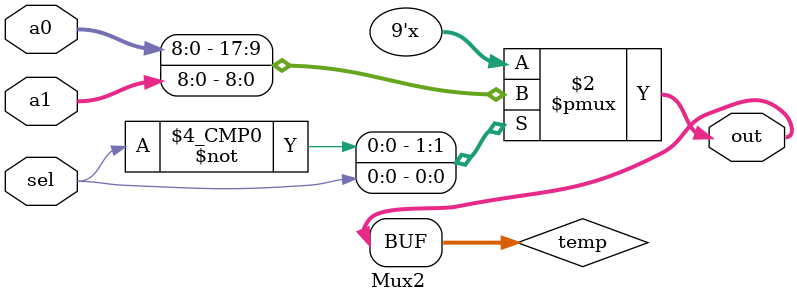
<source format=v>




`define SW 5 //state width
`define SDEC 5'b00000//0
`define Sa 5'b00001 //1
`define Sb 5'b00010 //2
`define Sc 5'b00011 //3
`define Sd 5'b00100 //4             //each 5 bit constant reprsents a different state in FSM
`define Sm 5'b00101 //5
`define Sx 5'b00110 //6
`define Sw 5'b00111 //7
`define Sr 5'b01000 //reset state //8
`define Sy 5'b01001 //9
`define IF1 5'b01010 //10
`define IF2 5'b01011 //11
`define UpdatePC 5'b01100 //12
`define SLDR1 5'b01101 //13
`define SLDR2 5'b01110 //14
`define SLDR3 5'b01111 //15
`define SLDR4 5'b10000 //16
`define SLDR5 5'b10001 //17
`define SSTR1 5'b10010 //18
`define SSTR2 5'b10011 //19
`define SSTR3 5'b10100 //20
`define SSTR4 5'b10101 //21
`define SSTR5 5'b10110 //22
`define SSTR6 5'b10111 //23
`define HALT 5'b11000 //24



module cpu(clk, mdata, mem_cmd, mem_addr,C,reset,N,V,Z, LED8);
input clk, reset;
input [15:0] mdata;
output [1:0] mem_cmd;
output [8:0] mem_addr;
output N,V,Z, LED8;
output [15:0] C;
wire [2:0]nsel;
wire[15:0] instruction, sximm8,sximm5, mdata ;
wire [2:0] opcode;
wire[1:0] op, ALUop, shift, vsel;
wire [2:0] Rd, Rm, Rn,Z_out, readnum, writenum;
wire write, loada, loadb, asel, bsel, loadc, loads,load_ir, load_pc, load_addr, reset_pc ;
wire [8:0] dataAddr_out, next_pc, PC;

wire [2:0] cond;
reg [8:0]pick_PC; //in_PC;
wire LED8;

loadInstruction #(16) loadInst(clk, mdata, load_ir, instruction); //loads instruction into instruction register if load is 1
loadInstruction #(9) PrgmCounter(clk, next_pc, load_pc, PC); //changes PC
loadInstruction #(9) dataAddress(clk, C[8:0], load_addr, dataAddr_out); 

/*
always@(posedge load_pc) begin
PC=next_pc;
end
*/
instructionDec InstDec(instruction, nsel, ALUop, opcode, sximm8, sximm5,shift, //takes the instruction and deciphers things about it 
       readnum, writenum, Rm, Rn, Rd);  //like op, opcode, sximm8+5, shift, also gives datapath read and writenum values based on nsel value 
                            //which respresents Rn, Rm, and Rd

assign cond= instruction[10:8]; //wil be used in following logic block to determine instruction

always@(*)begin


casex({opcode, op, cond, LED8}) //TABLE ONE IMPLEMENTATION
{3'b001, 2'bxx, 3'b000, 1'b0}: pick_PC=PC+sximm8+1'b1; //always sets PC to PC+!+sximm8
{3'b001, 2'bxx, 3'b001, 1'b0}: begin if(Z==1) pick_PC=PC+sximm8+1'b1; //depending on status flags, we either +1 or +1+sximm8
                              else pick_PC=PC+1'b1; end                  
{3'b001, 2'bxx, 3'b010, 1'b0}: begin if(Z==0) pick_PC=PC+sximm8+1'b1;//depending on status flags, we either +1 or +1+sximm8
                              else pick_PC=PC+1'b1; end
{3'b001, 2'bxx, 3'b011, 1'b0}: begin if(N!=V) pick_PC=PC+sximm8+1'b1;//depending on status flags, we either +1 or +1+sximm8
                              else pick_PC=PC+1'b1; end
{3'b001, 2'bxx, 3'b100, 1'b0}: begin if((N!=V)||(Z==1)) pick_PC=PC+sximm8+1'b1;
                              else pick_PC=PC+1'b1; end
{3'b111, 2'bxx, 3'bxxx, 1'b1}: begin  pick_PC=PC; end    //if opcode is 111 and the LED is set to 1, the PC stops changing because we
{3'bxxx, 2'bxx, 3'bxxx, 1'b0}: begin   pick_PC=PC+1'b1; end  //are in the HALT state


default: begin  pick_PC=PC+1'b1; end //pick_PC just adds one if nothing as been set

endcase 
 
if(PC==0) begin pick_PC=9'b000000001; end //makes sure when PC is initialized to 0, the next PC will be 1

end


Mux2 beforePC(pick_PC, {9{1'b0}}, reset_pc, next_pc); //makes PC 0 is reset is 1
Mux2 afterPC( dataAddr_out, PC, addr_sel, mem_addr);

FSM fsm_inst(reset, opcode, ALUop,nsel,vsel,loada,loadb,asel,bsel,loadc,loads,write,clk,
load_ir,load_pc,reset_pc,addr_sel,mem_cmd, load_addr, LED8); //state machine that runs on psedge clk


datapath DP(clk,readnum,vsel,loada,loadb,shift,asel,bsel,ALUop,loadc,loads //we have seen this in lab5, does sequence of things based on inputs
		,writenum,write,sximm8, sximm5, mdata, PC,C,Z_out);


assign N=Z_out[1]; //flag is 1 if it is a negative val
assign Z=Z_out[0]; //flag is 1 if it is 0
assign V=Z_out[2]; //flag is 1 if there is an overflow



endmodule

module FSM(reset, opcode, ALUop,nsel,vsel,loada,loadb,asel,bsel,loadc,loads,write,
clk,load_ir,load_pc,reset_pc,addr_sel,mem_cmd, load_addr, LED8);
input reset,clk;
input [1:0]ALUop; //input to ALU if opcode is 101, otherwise specifies instruction to perform
input [2:0] opcode; //either 110 or 101 depending on instruction we want to perform, further specification of this instruction is ALUop
output reg write, loada, loadb, asel, bsel, loadc, loads; //sending these back into datapath (except w, which tell us if we are in wait state or not)
output reg load_ir,load_pc,load_addr,reset_pc,addr_sel;
output reg [2:0] nsel; //based on if we want to set Rd, Rm, or Rn, this is one hot code to input into MUX
output reg[1:0] vsel, mem_cmd;
reg [`SW-1:0] state_next_reset,state_next; //represents next state
reg [`SW-1:0] present_state; //represents present state
reg [`SW+19-1:0] next; //first 4 bits represent next state, last 12 bits are specified below
output reg LED8;

//myvDFF #(`SW) STATE(state_next_reset, clk, present_state); //flip flop controls when state changes based on posedge of clk

//assign state_next_reset = reset ? `Sr :state_next ; //if reset==1, we will go to regular next state in sequence, if reset==0 we go to reset state
always@(posedge clk)begin
{state_next,write, loada, loadb, loadc, loads, asel, bsel, vsel, nsel, load_ir, load_pc,
reset_pc,addr_sel,mem_cmd,load_addr}= next;
present_state=state_next;
end

always @(*) begin
/*
What the 16 bits of next represent:                   [6] - asel
[15:12] - the next state in the sequence              [5] - bsel
[11] - write                                          [4:3] - vsel
[10] - loada                                          [2:0] - nsel -> Rn - nsel=001      Rm - nsel=100         Rd - nsel=010
[9] - loadb
[8] - loadc
[7] - loads
*/
/*
RESET
Sr -> Reset state, if in this state, w=1, wait for s=1 to move out of reset state

TRANSITION STATES
Sa -> Loads value under register Rn into register A
Sb -> Loads value under register Rm into register B
Sc -> ADDs, ANDs, CMPs, and MVNs and loads output value into register C
Sd -> Sets output value of previous state into register Rd
Sm -> Sends status flags of ALU to the status register to be outputed
Sw -> Send value at register B through the ALU with Ain=0 and adds these values together, loads this value to register C
Sx -> Loads value under register Rm into register B
Sy -> Sets value of Rn to im8
*/
casex({present_state,reset, opcode, ALUop}) //calculates next state and all outputs based on what the present state is and what instruction we want to perform 
{`Sr, 6'b0xxxxx}: begin next={`IF1, 16'b0000000000000001,2'b01,1'b0}; LED8=0;end //addr in PC
{`Sr, 6'b1xxxxx}: begin next={`Sr, 19'b0000000000000110000};LED8=0; end //if in reset state stay in reset state
{`IF1,6'b0xxxxx}: begin next = {`IF2, 16'b0000000000001001,2'b01,1'b0}; LED8=0; end // mem_cmd = 10 (write) and addr_sel =0
{`IF2,6'b0xxxxx}: begin next =  {`UpdatePC, 19'b0000000000000100000};  LED8=0;end //updates pc
{`UpdatePC,6'b0xxxxx}: begin next = {`SDEC, 19'b0000000000000000000}; LED8=0;end //decoder state
{`SDEC, 6'b010111}:begin next={`Sb, 12'b0_0_1_0_0_0_0_00_100,7'b0000000}; LED8=0; end// mem_cmd = 10 (write) and addr_sel =0
{`SDEC, 6'b0101x0}:begin next={`Sa, 12'b0_1_0_0_0_0_0_00_001,7'b0000000}; LED8=0;end//Loads value under register Rn into register A
{`SDEC, 6'b010101}:begin next={`Sa, 12'b0_1_0_0_0_0_0_00_001,7'b0000000};LED8=0; end//nsel=001, loada=1
{`SDEC, 6'b011010}:begin next={`Sy, 12'b1_0_0_0_0_0_0_10_001,7'b0000000}; LED8=0;end //sends to y to start MOV instructions
{`SDEC, 6'b011000}:begin next={`Sx, 12'b0_0_1_0_0_0_0_00_100,7'b0000000}; LED8=0;end//loada=0, asel=0,bsel=1,loadc=1
{`SDEC, 6'b001100}:begin next={`SLDR1, 12'b0_1_0_0_0_0_0_00_001,7'b0000000}; LED8=0;end //nsel=001, loada=1
{`SDEC, 6'b010000}:begin next={`SSTR1, 12'b0_1_0_0_0_0_0_00_001,7'b0000000}; LED8=0;end //nsel=001, loada=1
{`SDEC, 6'b0111xx}:begin next={`HALT, 12'b0_0_0_0_0_0_0_00_000,7'b0000000}; LED8=0;end// mem_cmd = 10 (write) and addr_sel =0
{`SLDR1, 6'b0xxxxx}:begin next={`SLDR2, 12'b0_0_0_1_0_0_1_00_001,7'b0000000};LED8=0; end //loada=0, asel=0,bsel=1,loadc=1
{`SLDR2, 6'b0xxxxx}:begin next={`SLDR3, 12'b0_0_0_0_0_0_0_00_001,7'b0000001};LED8=0; end // load_addr=1
{`SLDR3, 6'b0xxxxx}:begin next={`SLDR4, 12'b0_0_0_0_0_0_0_00_001,7'b0000010};LED8=0; end //addr_sel=0,mem_cmd=01
{`SLDR4, 6'b0xxxxx}:begin next={`SLDR5, 12'b1_0_0_0_0_0_0_11_010,7'b0000010}; LED8=0;end //vsel=11, nsel=010, write=1
{`SLDR5, 6'b0xxxxx}:begin next={`IF1, 12'b0_0_0_0_0_0_0_00_010,7'b0001010};LED8=0; end// mem_cmd = 10 (write) and addr_sel =0
{`SSTR1, 6'b0xxxxx}:begin next={`SSTR2, 12'b0_0_0_1_0_0_1_00_001,7'b0000000};LED8=0; end //loada=0, asel=0,bsel=1,loadc=1
{`SSTR2, 6'b0xxxxx}:begin next={`SSTR3, 12'b0_0_0_0_0_0_0_00_001,7'b0000001};LED8=0; end // load_addr=1 //CHANGED NSEL from 001f
{`SSTR3, 6'b0xxxxx}:begin next={`SSTR4, 12'b0_0_1_0_0_0_0_00_010,7'b0000000};LED8=0; end //nsel=010, loadb=1 
{`SSTR4, 6'b0xxxxx}:begin next={`SSTR5, 12'b0_0_0_1_0_1_0_00_010,7'b0000000};LED8=0; end //asel=1 loadc=1
{`SSTR5, 6'b0xxxxx}:begin next={`SSTR6, 12'b0_0_0_0_0_0_0_00_010,7'b0000100}; LED8=0;end//Sets output value of previous state into register Rd
{`SSTR6, 6'b0xxxxx}:begin next={`IF1, 16'b0000000000000001,2'b01,1'b0}; LED8=0;end//Loads value under register Rm into register B
{`Sa, 6'b0xxxxx}:begin next={`Sb, 12'b0_0_1_0_0_0_0_00_100,7'b0000000}; LED8=0; end//loada=0, asel=0,bsel=1,loadc=1
{`Sb, 6'b0xxxxx}:begin next={`Sc, 12'b0_0_0_1_0_0_0_00_100,7'b0000000};LED8=0; end
{`Sc, 6'b0xxxx0}:begin next={`Sd, 12'b1_0_0_0_0_0_0_00_010,7'b0000000}; LED8=0;end//Sets output value of previous state into register Rd
{`Sc, 6'b010101}:begin next={`Sm, 12'b0_0_0_0_1_0_0_00_010,7'b0000000}; LED8=0;end//mem_cmd = 10 (write) and addr_sel =0
{`Sc, 6'b0xxx11}:begin next={`Sd, 12'b1_0_0_0_0_0_0_00_010,7'b0000000}; LED8=0; end//loada=0, asel=0,bsel=1,loadc=1

{`Sm, 6'b0xxxxx}:begin next={`IF1, {9{1'b0}}, 3'b000,7'b0001010}; LED8=0;end//Loads value under register Rn into register A
{`Sd, 6'b0xxxxx}:begin next={`IF1, {9{1'b0}}, 3'b000,7'b0001010}; LED8=0; end//Loads value under register Rm into register B
{`Sx, 6'b0xxx00}:begin next={`Sw, 12'b0_0_0_1_0_1_0_00_100,7'b0000000}; LED8=0;end//Send value at register B through the ALU with Ain=0 and adds these values together, loads this value to register C
{`Sw, 6'b0xxx00}:begin next={`Sd, 12'b1_0_0_0_0_0_0_00_010,7'b0000000}; LED8=0; end//loada=0, asel=0,bsel=1,loadc=1
{`Sy, 6'b0xxxxx}:begin next={`IF1, {9{1'b0}}, 3'b000,7'b0001010}; LED8=0;end//Loads value under register Rm into register B
{`HALT, 6'b0111xx}:begin next={`HALT, {19{1'b0}}}; LED8=1'b1; end
{{5{1'bx}},1'b1,5'bxxxxx}: begin next={`Sr, 19'b0000000000000110000}; LED8=0; end
default: begin next={`IF1, 16'b0000000000000001,2'b01,1'b0}; LED8=0;end
endcase

end

endmodule


//takes the instruction and deciphers things about it 
//like op, opcode, sximm8+5, shift, also gives datapath read and writenum values based on nsel value 
//which respresents Rn, Rm, and Rd
module instructionDec(instruction, nsel, opO, opcodeO, sximm8, sximm5,shift, 
       readnumO, writenumO, Rn, Rm, Rd);
input [15:0] instruction;
input [2:0]nsel;
wire [7:0] imm8;
wire [4:0] imm5;
wire [2:0] Rout;
output [2:0] Rd, Rm, Rn;
output [1:0] opO,shift;
output [2:0]opcodeO, readnumO, writenumO;
output [15:0]sximm8,sximm5;

Mux3 U5(Rn, Rd, Rm, nsel, Rout); //picks which Rn, Rd, or Rm value we want to work with based on the nsel value we are given
                                 //Rn - nsel=001      Rm - nsel=100         Rd - nsel=010
assign sximm8 = { {8{imm8[7]}}, imm8[7:0] }; //sximm8 is sign extended version of imm8
assign sximm5 = { {11{imm5[4]}}, imm5[4:0] }; //sximm5 is sign extended version of imm5


//sets outputs for all things instruction could represent
assign imm8=instruction[7:0];
assign imm5=instruction[4:0];
assign Rd=instruction[7:5];            
assign Rm=instruction[2:0];
assign Rn=instruction[10:8];

assign opO=instruction[12:11];
assign opcodeO=instruction[15:13];
assign readnumO=Rout;
assign writenumO=Rout;
assign shift=instruction[4:3];

endmodule

//loads instruction into register if load is 1, otherwise, nothing happens
module loadInstruction(clk,in,load,out);
parameter n = 16;
input clk, load;
input [n-1:0] in;
output [n-1:0] out;
reg [n-1:0] out;
wire [n-1:0] next_out;
 
//If the load is true then update the value, otherwise assign the original value again.
assign next_out = load ? in : out; 

always @(posedge clk) begin
out = next_out;
end
endmodule 

module myvDFF(D, clk, Q);
parameter n=4; 
input [n-1:0]D; // Data input 
input clk; // clock input 
output [n-1:0]Q; // output Q 
reg [n-1:0]temp;
always @(posedge clk) 
begin
 temp = D; 
end 
assign Q=temp;
endmodule


module Mux3(a0, a1, a2, sel, out);
input [2:0] a0, a1, a2;
input [2:0] sel;
output [2:0] out;
reg [2:0] temp;

always @(*) begin
case(sel)
3'b100:temp=a2;
3'b010:temp=a1;
3'b001:temp=a0;
default: temp=3'bxxx;
endcase
end
assign out=temp;
endmodule

module Mux2(a0, a1, sel, out);
input [8:0] a0, a1;
input sel;
output [8:0] out;
reg [8:0] temp;

always @(*) begin
case(sel)
0: temp=a0;
1: temp=a1;
default: temp={9{1'bx}};
endcase
end
assign out=temp;
endmodule



</source>
